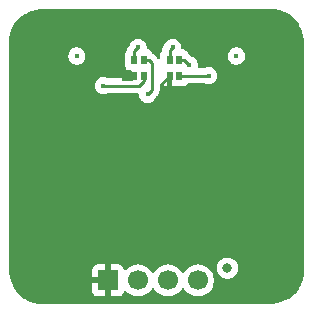
<source format=gbr>
%TF.GenerationSoftware,KiCad,Pcbnew,9.0.6*%
%TF.CreationDate,2025-11-27T01:35:14-08:00*%
%TF.ProjectId,encoder-board,656e636f-6465-4722-9d62-6f6172642e6b,rev?*%
%TF.SameCoordinates,Original*%
%TF.FileFunction,Copper,L4,Bot*%
%TF.FilePolarity,Positive*%
%FSLAX46Y46*%
G04 Gerber Fmt 4.6, Leading zero omitted, Abs format (unit mm)*
G04 Created by KiCad (PCBNEW 9.0.6) date 2025-11-27 01:35:14*
%MOMM*%
%LPD*%
G01*
G04 APERTURE LIST*
%TA.AperFunction,ComponentPad*%
%ADD10R,1.700000X1.700000*%
%TD*%
%TA.AperFunction,ComponentPad*%
%ADD11C,1.700000*%
%TD*%
%TA.AperFunction,SMDPad,CuDef*%
%ADD12R,0.550013X0.800000*%
%TD*%
%TA.AperFunction,ViaPad*%
%ADD13C,0.800000*%
%TD*%
%TA.AperFunction,ViaPad*%
%ADD14C,0.450000*%
%TD*%
%TA.AperFunction,Conductor*%
%ADD15C,0.250000*%
%TD*%
G04 APERTURE END LIST*
D10*
%TO.P,J1,1,Pin_1*%
%TO.N,GND*%
X108380000Y-123000000D03*
D11*
%TO.P,J1,2,Pin_2*%
%TO.N,SENSE_B*%
X110920000Y-123000000D03*
%TO.P,J1,3,Pin_3*%
%TO.N,SENSE_A*%
X113460000Y-123000000D03*
%TO.P,J1,4,Pin_4*%
%TO.N,+5V*%
X116000000Y-123000000D03*
%TD*%
D12*
%TO.P,U1,1*%
%TO.N,+5V*%
X113599949Y-104335027D03*
%TO.P,U1,2*%
%TO.N,SENSE_A*%
X114400051Y-104335027D03*
%TO.P,U1,3,A*%
%TO.N,Net-(U1-A)*%
X114400051Y-105664973D03*
%TO.P,U1,4,K*%
%TO.N,GND*%
X113600203Y-105664973D03*
%TD*%
%TO.P,U2,1*%
%TO.N,+5V*%
X110599949Y-104335027D03*
%TO.P,U2,2*%
%TO.N,SENSE_B*%
X111400051Y-104335027D03*
%TO.P,U2,3,A*%
%TO.N,Net-(U2-A)*%
X111400051Y-105664973D03*
%TO.P,U2,4,K*%
%TO.N,GND*%
X110600203Y-105664973D03*
%TD*%
D13*
%TO.N,GND*%
X123500000Y-113000000D03*
X123500000Y-111000000D03*
X101500000Y-115000000D03*
X101500000Y-119000000D03*
X122000000Y-119000000D03*
X122000000Y-121000000D03*
X122000000Y-117000000D03*
X122000000Y-103000000D03*
X101500000Y-109000000D03*
X122000000Y-115000000D03*
X112500000Y-114500000D03*
X105000000Y-124000000D03*
X101500000Y-103000000D03*
D14*
X116750000Y-107750000D03*
D13*
X112500000Y-117500000D03*
X103000000Y-121000000D03*
X101500000Y-105000000D03*
X101500000Y-107000000D03*
X101500000Y-117000000D03*
X103000000Y-113000000D03*
X103000000Y-115000000D03*
X123500000Y-103000000D03*
X103000000Y-109000000D03*
X122000000Y-105000000D03*
X122000000Y-107000000D03*
X101500000Y-113000000D03*
X112500000Y-111500000D03*
X103000000Y-117000000D03*
D14*
X113000000Y-106750000D03*
X108250000Y-107750000D03*
D13*
X103000000Y-103000000D03*
X122000000Y-111000000D03*
D14*
X116740000Y-102330000D03*
D13*
X123500000Y-117000000D03*
X103000000Y-107000000D03*
D14*
X109750000Y-105250000D03*
D13*
X103000000Y-119000000D03*
X123500000Y-115000000D03*
X123500000Y-109000000D03*
X122000000Y-109000000D03*
D14*
X109750000Y-105950000D03*
X108260000Y-101710000D03*
D13*
X106500000Y-122000000D03*
X123500000Y-121000000D03*
D14*
X108250000Y-102340000D03*
D13*
X103000000Y-111000000D03*
D14*
X116740000Y-101600000D03*
D13*
X105000000Y-122000000D03*
X123500000Y-119000000D03*
D14*
X116750000Y-108250000D03*
D13*
X106500000Y-124000000D03*
D14*
X108250000Y-108250000D03*
D13*
X123500000Y-105000000D03*
X101500000Y-121000000D03*
X101500000Y-111000000D03*
D14*
X113750000Y-106750000D03*
D13*
X123500000Y-107000000D03*
X122000000Y-113000000D03*
X103000000Y-105000000D03*
D14*
%TO.N,Net-(U1-A)*%
X116914973Y-105664973D03*
%TO.N,Net-(U2-A)*%
X108000000Y-106500000D03*
%TO.N,SENSE_A*%
X115250000Y-104750000D03*
D13*
%TO.N,+5V*%
X118500000Y-121962500D03*
D14*
X113860000Y-103270000D03*
X119250000Y-104000000D03*
X105750000Y-104000000D03*
X110930000Y-103269898D03*
%TO.N,SENSE_B*%
X111750000Y-107250000D03*
%TD*%
D15*
%TO.N,GND*%
X113600203Y-106600203D02*
X113600203Y-105664973D01*
X109750000Y-105250000D02*
X110185230Y-105250000D01*
X110315176Y-105950000D02*
X110600203Y-105664973D01*
X113000000Y-106265176D02*
X113000000Y-106750000D01*
X113750000Y-106750000D02*
X113600203Y-106600203D01*
X109750000Y-105950000D02*
X110315176Y-105950000D01*
X113600203Y-105664973D02*
X113000000Y-106265176D01*
X110185230Y-105250000D02*
X110600203Y-105664973D01*
%TO.N,Net-(U1-A)*%
X116914973Y-105664973D02*
X114400051Y-105664973D01*
%TO.N,Net-(U2-A)*%
X108000000Y-106500000D02*
X111000000Y-106500000D01*
X111400051Y-106099949D02*
X111400051Y-105664973D01*
X111000000Y-106500000D02*
X111400051Y-106099949D01*
%TO.N,SENSE_A*%
X115250000Y-104750000D02*
X114835027Y-104335027D01*
X114835027Y-104335027D02*
X114400051Y-104335027D01*
%TO.N,+5V*%
X110599949Y-103599949D02*
X110599949Y-104335027D01*
X113599949Y-103530051D02*
X113599949Y-104335027D01*
X110930000Y-103269898D02*
X110599949Y-103599949D01*
X113860000Y-103270000D02*
X113599949Y-103530051D01*
%TO.N,SENSE_B*%
X111835027Y-104335027D02*
X111400051Y-104335027D01*
X112125000Y-106875000D02*
X112125000Y-104625000D01*
X112125000Y-104625000D02*
X111835027Y-104335027D01*
X111750000Y-107250000D02*
X112125000Y-106875000D01*
%TD*%
%TA.AperFunction,Conductor*%
%TO.N,GND*%
G36*
X122001464Y-100000534D02*
G01*
X122204102Y-100005347D01*
X122210177Y-100005642D01*
X122401379Y-100019637D01*
X122407694Y-100020264D01*
X122589554Y-100043032D01*
X122596085Y-100044026D01*
X122768413Y-100075029D01*
X122775115Y-100076428D01*
X122939573Y-100115532D01*
X122946372Y-100117355D01*
X123099981Y-100163291D01*
X123110304Y-100166882D01*
X123400922Y-100282570D01*
X123414596Y-100289006D01*
X123675909Y-100432094D01*
X123688954Y-100440331D01*
X123925346Y-100611066D01*
X123937238Y-100620835D01*
X124150597Y-100819538D01*
X124160987Y-100830466D01*
X124176912Y-100849401D01*
X124352365Y-101058020D01*
X124361033Y-101069645D01*
X124530385Y-101326869D01*
X124537295Y-101338749D01*
X124666252Y-101591768D01*
X124683554Y-101625714D01*
X124688805Y-101637494D01*
X124809852Y-101952098D01*
X124813628Y-101963543D01*
X124906426Y-102298756D01*
X124908941Y-102309769D01*
X124969690Y-102645641D01*
X124971250Y-102657518D01*
X124999080Y-102994923D01*
X124999500Y-103005116D01*
X124999500Y-121998520D01*
X124999465Y-122001465D01*
X124994651Y-122204087D01*
X124994355Y-122210194D01*
X124980363Y-122401344D01*
X124979734Y-122407695D01*
X124956968Y-122589547D01*
X124955969Y-122596100D01*
X124924970Y-122768403D01*
X124923566Y-122775131D01*
X124884472Y-122939552D01*
X124882636Y-122946396D01*
X124836708Y-123099976D01*
X124833114Y-123110309D01*
X124717433Y-123400908D01*
X124710988Y-123414602D01*
X124567899Y-123675915D01*
X124559660Y-123688963D01*
X124388937Y-123925339D01*
X124379157Y-123937245D01*
X124180461Y-124150597D01*
X124169531Y-124160988D01*
X123941978Y-124352365D01*
X123930353Y-124361033D01*
X123673129Y-124530385D01*
X123661249Y-124537295D01*
X123374291Y-124683550D01*
X123362511Y-124688801D01*
X123047900Y-124809852D01*
X123036455Y-124813628D01*
X122701244Y-124906425D01*
X122690231Y-124908940D01*
X122354355Y-124969691D01*
X122342478Y-124971251D01*
X122005075Y-124999080D01*
X121994882Y-124999500D01*
X103001480Y-124999500D01*
X102998535Y-124999465D01*
X102795911Y-124994651D01*
X102789804Y-124994355D01*
X102598654Y-124980363D01*
X102592303Y-124979734D01*
X102410451Y-124956968D01*
X102403898Y-124955969D01*
X102231595Y-124924970D01*
X102224867Y-124923566D01*
X102060446Y-124884472D01*
X102053602Y-124882636D01*
X101900022Y-124836708D01*
X101889689Y-124833114D01*
X101599090Y-124717433D01*
X101585396Y-124710988D01*
X101324083Y-124567899D01*
X101311035Y-124559660D01*
X101074659Y-124388937D01*
X101062758Y-124379161D01*
X100849392Y-124180451D01*
X100839010Y-124169531D01*
X100828459Y-124156986D01*
X100647631Y-123941975D01*
X100638965Y-123930353D01*
X100629634Y-123916181D01*
X100469612Y-123673128D01*
X100462703Y-123661249D01*
X100456082Y-123648259D01*
X100316447Y-123374288D01*
X100311201Y-123362522D01*
X100190144Y-123047895D01*
X100186370Y-123036455D01*
X100160628Y-122943466D01*
X100093569Y-122701229D01*
X100091061Y-122690247D01*
X100030304Y-122354339D01*
X100028749Y-122342493D01*
X100008927Y-122102155D01*
X107030000Y-122102155D01*
X107030000Y-122750000D01*
X107946988Y-122750000D01*
X107914075Y-122807007D01*
X107880000Y-122934174D01*
X107880000Y-123065826D01*
X107914075Y-123192993D01*
X107946988Y-123250000D01*
X107030000Y-123250000D01*
X107030000Y-123897844D01*
X107036401Y-123957372D01*
X107036403Y-123957379D01*
X107086645Y-124092086D01*
X107086649Y-124092093D01*
X107172809Y-124207187D01*
X107172812Y-124207190D01*
X107287906Y-124293350D01*
X107287913Y-124293354D01*
X107422620Y-124343596D01*
X107422627Y-124343598D01*
X107482155Y-124349999D01*
X107482172Y-124350000D01*
X108130000Y-124350000D01*
X108130000Y-123433012D01*
X108187007Y-123465925D01*
X108314174Y-123500000D01*
X108445826Y-123500000D01*
X108572993Y-123465925D01*
X108630000Y-123433012D01*
X108630000Y-124350000D01*
X109277828Y-124350000D01*
X109277844Y-124349999D01*
X109337372Y-124343598D01*
X109337379Y-124343596D01*
X109472086Y-124293354D01*
X109472093Y-124293350D01*
X109587187Y-124207190D01*
X109587190Y-124207187D01*
X109673350Y-124092093D01*
X109673354Y-124092086D01*
X109722422Y-123960529D01*
X109764293Y-123904595D01*
X109829757Y-123880178D01*
X109898030Y-123895030D01*
X109926285Y-123916181D01*
X110040213Y-124030109D01*
X110212179Y-124155048D01*
X110212181Y-124155049D01*
X110212184Y-124155051D01*
X110401588Y-124251557D01*
X110603757Y-124317246D01*
X110813713Y-124350500D01*
X110813714Y-124350500D01*
X111026286Y-124350500D01*
X111026287Y-124350500D01*
X111236243Y-124317246D01*
X111438412Y-124251557D01*
X111627816Y-124155051D01*
X111714471Y-124092093D01*
X111799786Y-124030109D01*
X111799788Y-124030106D01*
X111799792Y-124030104D01*
X111950104Y-123879792D01*
X111950106Y-123879788D01*
X111950109Y-123879786D01*
X112075048Y-123707820D01*
X112075047Y-123707820D01*
X112075051Y-123707816D01*
X112079514Y-123699054D01*
X112127488Y-123648259D01*
X112195308Y-123631463D01*
X112261444Y-123653999D01*
X112300486Y-123699056D01*
X112304951Y-123707820D01*
X112429890Y-123879786D01*
X112580213Y-124030109D01*
X112752179Y-124155048D01*
X112752181Y-124155049D01*
X112752184Y-124155051D01*
X112941588Y-124251557D01*
X113143757Y-124317246D01*
X113353713Y-124350500D01*
X113353714Y-124350500D01*
X113566286Y-124350500D01*
X113566287Y-124350500D01*
X113776243Y-124317246D01*
X113978412Y-124251557D01*
X114167816Y-124155051D01*
X114254471Y-124092093D01*
X114339786Y-124030109D01*
X114339788Y-124030106D01*
X114339792Y-124030104D01*
X114490104Y-123879792D01*
X114490106Y-123879788D01*
X114490109Y-123879786D01*
X114615048Y-123707820D01*
X114615047Y-123707820D01*
X114615051Y-123707816D01*
X114619514Y-123699054D01*
X114667488Y-123648259D01*
X114735308Y-123631463D01*
X114801444Y-123653999D01*
X114840486Y-123699056D01*
X114844951Y-123707820D01*
X114969890Y-123879786D01*
X115120213Y-124030109D01*
X115292179Y-124155048D01*
X115292181Y-124155049D01*
X115292184Y-124155051D01*
X115481588Y-124251557D01*
X115683757Y-124317246D01*
X115893713Y-124350500D01*
X115893714Y-124350500D01*
X116106286Y-124350500D01*
X116106287Y-124350500D01*
X116316243Y-124317246D01*
X116518412Y-124251557D01*
X116707816Y-124155051D01*
X116794471Y-124092093D01*
X116879786Y-124030109D01*
X116879788Y-124030106D01*
X116879792Y-124030104D01*
X117030104Y-123879792D01*
X117030106Y-123879788D01*
X117030109Y-123879786D01*
X117155048Y-123707820D01*
X117155047Y-123707820D01*
X117155051Y-123707816D01*
X117251557Y-123518412D01*
X117317246Y-123316243D01*
X117350500Y-123106287D01*
X117350500Y-122893713D01*
X117317246Y-122683757D01*
X117251557Y-122481588D01*
X117155051Y-122292184D01*
X117155049Y-122292181D01*
X117155048Y-122292179D01*
X117030109Y-122120213D01*
X116879790Y-121969894D01*
X116877231Y-121968035D01*
X116877229Y-121968033D01*
X116747533Y-121873804D01*
X117599500Y-121873804D01*
X117599500Y-122051195D01*
X117634103Y-122225158D01*
X117634106Y-122225167D01*
X117701983Y-122389040D01*
X117701990Y-122389053D01*
X117800535Y-122536534D01*
X117800538Y-122536538D01*
X117925961Y-122661961D01*
X117925965Y-122661964D01*
X118073446Y-122760509D01*
X118073459Y-122760516D01*
X118185701Y-122807007D01*
X118237334Y-122828394D01*
X118237336Y-122828394D01*
X118237341Y-122828396D01*
X118411304Y-122862999D01*
X118411307Y-122863000D01*
X118411309Y-122863000D01*
X118588693Y-122863000D01*
X118588694Y-122862999D01*
X118646682Y-122851464D01*
X118762658Y-122828396D01*
X118762661Y-122828394D01*
X118762666Y-122828394D01*
X118926547Y-122760513D01*
X119074035Y-122661964D01*
X119199464Y-122536535D01*
X119298013Y-122389047D01*
X119365894Y-122225166D01*
X119369480Y-122207142D01*
X119400499Y-122051195D01*
X119400500Y-122051193D01*
X119400500Y-121873806D01*
X119400499Y-121873804D01*
X119365896Y-121699841D01*
X119365893Y-121699832D01*
X119298016Y-121535959D01*
X119298009Y-121535946D01*
X119199464Y-121388465D01*
X119199461Y-121388461D01*
X119074038Y-121263038D01*
X119074034Y-121263035D01*
X118926553Y-121164490D01*
X118926540Y-121164483D01*
X118762667Y-121096606D01*
X118762658Y-121096603D01*
X118588694Y-121062000D01*
X118588691Y-121062000D01*
X118411309Y-121062000D01*
X118411306Y-121062000D01*
X118237341Y-121096603D01*
X118237332Y-121096606D01*
X118073459Y-121164483D01*
X118073446Y-121164490D01*
X117925965Y-121263035D01*
X117925961Y-121263038D01*
X117800538Y-121388461D01*
X117800535Y-121388465D01*
X117701990Y-121535946D01*
X117701983Y-121535959D01*
X117634106Y-121699832D01*
X117634103Y-121699841D01*
X117599500Y-121873804D01*
X116747533Y-121873804D01*
X116707820Y-121844951D01*
X116518414Y-121748444D01*
X116518413Y-121748443D01*
X116518412Y-121748443D01*
X116316243Y-121682754D01*
X116316241Y-121682753D01*
X116316240Y-121682753D01*
X116154957Y-121657208D01*
X116106287Y-121649500D01*
X115893713Y-121649500D01*
X115845042Y-121657208D01*
X115683760Y-121682753D01*
X115481585Y-121748444D01*
X115292179Y-121844951D01*
X115120213Y-121969890D01*
X114969890Y-122120213D01*
X114844949Y-122292182D01*
X114840484Y-122300946D01*
X114792509Y-122351742D01*
X114724688Y-122368536D01*
X114658553Y-122345998D01*
X114619516Y-122300946D01*
X114615050Y-122292182D01*
X114490109Y-122120213D01*
X114339786Y-121969890D01*
X114167820Y-121844951D01*
X113978414Y-121748444D01*
X113978413Y-121748443D01*
X113978412Y-121748443D01*
X113776243Y-121682754D01*
X113776241Y-121682753D01*
X113776240Y-121682753D01*
X113614957Y-121657208D01*
X113566287Y-121649500D01*
X113353713Y-121649500D01*
X113305042Y-121657208D01*
X113143760Y-121682753D01*
X112941585Y-121748444D01*
X112752179Y-121844951D01*
X112580213Y-121969890D01*
X112429890Y-122120213D01*
X112304949Y-122292182D01*
X112300484Y-122300946D01*
X112252509Y-122351742D01*
X112184688Y-122368536D01*
X112118553Y-122345998D01*
X112079516Y-122300946D01*
X112075050Y-122292182D01*
X111950109Y-122120213D01*
X111799786Y-121969890D01*
X111627820Y-121844951D01*
X111438414Y-121748444D01*
X111438413Y-121748443D01*
X111438412Y-121748443D01*
X111236243Y-121682754D01*
X111236241Y-121682753D01*
X111236240Y-121682753D01*
X111074957Y-121657208D01*
X111026287Y-121649500D01*
X110813713Y-121649500D01*
X110765042Y-121657208D01*
X110603760Y-121682753D01*
X110401585Y-121748444D01*
X110212179Y-121844951D01*
X110040215Y-121969889D01*
X109926285Y-122083819D01*
X109864962Y-122117303D01*
X109795270Y-122112319D01*
X109739337Y-122070447D01*
X109722422Y-122039470D01*
X109673354Y-121907913D01*
X109673350Y-121907906D01*
X109587190Y-121792812D01*
X109587187Y-121792809D01*
X109472093Y-121706649D01*
X109472086Y-121706645D01*
X109337379Y-121656403D01*
X109337372Y-121656401D01*
X109277844Y-121650000D01*
X108630000Y-121650000D01*
X108630000Y-122566988D01*
X108572993Y-122534075D01*
X108445826Y-122500000D01*
X108314174Y-122500000D01*
X108187007Y-122534075D01*
X108130000Y-122566988D01*
X108130000Y-121650000D01*
X107482155Y-121650000D01*
X107422627Y-121656401D01*
X107422620Y-121656403D01*
X107287913Y-121706645D01*
X107287906Y-121706649D01*
X107172812Y-121792809D01*
X107172809Y-121792812D01*
X107086649Y-121907906D01*
X107086645Y-121907913D01*
X107036403Y-122042620D01*
X107036401Y-122042627D01*
X107030000Y-122102155D01*
X100008927Y-122102155D01*
X100004724Y-122051193D01*
X100000920Y-122005074D01*
X100000500Y-121994882D01*
X100000500Y-106571457D01*
X107274499Y-106571457D01*
X107302379Y-106711614D01*
X107302381Y-106711620D01*
X107357069Y-106843650D01*
X107357074Y-106843659D01*
X107436467Y-106962478D01*
X107436470Y-106962482D01*
X107537517Y-107063529D01*
X107537521Y-107063532D01*
X107656340Y-107142925D01*
X107656346Y-107142928D01*
X107656347Y-107142929D01*
X107788380Y-107197619D01*
X107788384Y-107197619D01*
X107788385Y-107197620D01*
X107928542Y-107225500D01*
X107928545Y-107225500D01*
X108071457Y-107225500D01*
X108176248Y-107204655D01*
X108211620Y-107197619D01*
X108343653Y-107142929D01*
X108343660Y-107142923D01*
X108348861Y-107140145D01*
X108407320Y-107125500D01*
X110900500Y-107125500D01*
X110967539Y-107145185D01*
X111013294Y-107197989D01*
X111024500Y-107249500D01*
X111024500Y-107321455D01*
X111024500Y-107321457D01*
X111024499Y-107321457D01*
X111052379Y-107461614D01*
X111052381Y-107461620D01*
X111107069Y-107593650D01*
X111107074Y-107593659D01*
X111186467Y-107712478D01*
X111186470Y-107712482D01*
X111287517Y-107813529D01*
X111287521Y-107813532D01*
X111406340Y-107892925D01*
X111406346Y-107892928D01*
X111406347Y-107892929D01*
X111538380Y-107947619D01*
X111538384Y-107947619D01*
X111538385Y-107947620D01*
X111678542Y-107975500D01*
X111678545Y-107975500D01*
X111821457Y-107975500D01*
X111915751Y-107956742D01*
X111961620Y-107947619D01*
X112093653Y-107892929D01*
X112212479Y-107813532D01*
X112313532Y-107712479D01*
X112392929Y-107593653D01*
X112447619Y-107461620D01*
X112447621Y-107461605D01*
X112449334Y-107455963D01*
X112456761Y-107443570D01*
X112459164Y-107432527D01*
X112480312Y-107404276D01*
X112523729Y-107360860D01*
X112523733Y-107360858D01*
X112610858Y-107273733D01*
X112661716Y-107197619D01*
X112679312Y-107171286D01*
X112712652Y-107090792D01*
X112717448Y-107079212D01*
X112726461Y-107057458D01*
X112726461Y-107057455D01*
X112726463Y-107057452D01*
X112738481Y-106997029D01*
X112750500Y-106936607D01*
X112750500Y-106813393D01*
X112750500Y-106504017D01*
X112770185Y-106436978D01*
X112822989Y-106391223D01*
X112892147Y-106381279D01*
X112955703Y-106410304D01*
X112962181Y-106416336D01*
X112968008Y-106422163D01*
X113083102Y-106508323D01*
X113083109Y-106508327D01*
X113217816Y-106558569D01*
X113217823Y-106558571D01*
X113277351Y-106564972D01*
X113277368Y-106564973D01*
X113350203Y-106564973D01*
X113350203Y-105788973D01*
X113352753Y-105780287D01*
X113351465Y-105771326D01*
X113362443Y-105747285D01*
X113369888Y-105721934D01*
X113376728Y-105716006D01*
X113380490Y-105707770D01*
X113402724Y-105693480D01*
X113422692Y-105676179D01*
X113433206Y-105673891D01*
X113439268Y-105669996D01*
X113474203Y-105664973D01*
X113500544Y-105664973D01*
X113567583Y-105684658D01*
X113613338Y-105737462D01*
X113624544Y-105788973D01*
X113624544Y-106112842D01*
X113624545Y-106112849D01*
X113630952Y-106172456D01*
X113681246Y-106307301D01*
X113681247Y-106307302D01*
X113681248Y-106307304D01*
X113705846Y-106340162D01*
X113767498Y-106422520D01*
X113800512Y-106447233D01*
X113842384Y-106503166D01*
X113850203Y-106546501D01*
X113850203Y-106564973D01*
X113923038Y-106564973D01*
X113923049Y-106564972D01*
X113984522Y-106558362D01*
X114011036Y-106558362D01*
X114017559Y-106559063D01*
X114017561Y-106559064D01*
X114077171Y-106565473D01*
X114722930Y-106565472D01*
X114782541Y-106559064D01*
X114917389Y-106508769D01*
X115032604Y-106422519D01*
X115094257Y-106340161D01*
X115150190Y-106298291D01*
X115193523Y-106290473D01*
X116507653Y-106290473D01*
X116566112Y-106305118D01*
X116571314Y-106307898D01*
X116571320Y-106307902D01*
X116703353Y-106362592D01*
X116703357Y-106362592D01*
X116703358Y-106362593D01*
X116843515Y-106390473D01*
X116843518Y-106390473D01*
X116986430Y-106390473D01*
X117080724Y-106371715D01*
X117126593Y-106362592D01*
X117258626Y-106307902D01*
X117377452Y-106228505D01*
X117478505Y-106127452D01*
X117557902Y-106008626D01*
X117612592Y-105876593D01*
X117637674Y-105750500D01*
X117640473Y-105736430D01*
X117640473Y-105593515D01*
X117612593Y-105453358D01*
X117612592Y-105453357D01*
X117612592Y-105453353D01*
X117557902Y-105321320D01*
X117557901Y-105321319D01*
X117557898Y-105321313D01*
X117478505Y-105202494D01*
X117478502Y-105202490D01*
X117377455Y-105101443D01*
X117377451Y-105101440D01*
X117258632Y-105022047D01*
X117258623Y-105022042D01*
X117126593Y-104967354D01*
X117126587Y-104967352D01*
X116986430Y-104939473D01*
X116986428Y-104939473D01*
X116843518Y-104939473D01*
X116843516Y-104939473D01*
X116703358Y-104967352D01*
X116703352Y-104967354D01*
X116571321Y-105022043D01*
X116566112Y-105024828D01*
X116507653Y-105039473D01*
X116083228Y-105039473D01*
X116016189Y-105019788D01*
X115970434Y-104966984D01*
X115960490Y-104897826D01*
X115961611Y-104891281D01*
X115975500Y-104821457D01*
X115975500Y-104678542D01*
X115947620Y-104538385D01*
X115947619Y-104538384D01*
X115947619Y-104538380D01*
X115892929Y-104406347D01*
X115892928Y-104406346D01*
X115892925Y-104406340D01*
X115813532Y-104287521D01*
X115813529Y-104287517D01*
X115712482Y-104186470D01*
X115712478Y-104186467D01*
X115593659Y-104107074D01*
X115593650Y-104107069D01*
X115507674Y-104071457D01*
X118524499Y-104071457D01*
X118552379Y-104211614D01*
X118552381Y-104211620D01*
X118607069Y-104343650D01*
X118607074Y-104343659D01*
X118686467Y-104462478D01*
X118686470Y-104462482D01*
X118787517Y-104563529D01*
X118787521Y-104563532D01*
X118906340Y-104642925D01*
X118906346Y-104642928D01*
X118906347Y-104642929D01*
X119038380Y-104697619D01*
X119038384Y-104697619D01*
X119038385Y-104697620D01*
X119178542Y-104725500D01*
X119178545Y-104725500D01*
X119321457Y-104725500D01*
X119415751Y-104706742D01*
X119461620Y-104697619D01*
X119593653Y-104642929D01*
X119712479Y-104563532D01*
X119813532Y-104462479D01*
X119892929Y-104343653D01*
X119947619Y-104211620D01*
X119968415Y-104107074D01*
X119975500Y-104071457D01*
X119975500Y-103928542D01*
X119947620Y-103788385D01*
X119947619Y-103788384D01*
X119947619Y-103788380D01*
X119892929Y-103656347D01*
X119892928Y-103656346D01*
X119892925Y-103656340D01*
X119813532Y-103537521D01*
X119813529Y-103537517D01*
X119712482Y-103436470D01*
X119712478Y-103436467D01*
X119593659Y-103357074D01*
X119593650Y-103357069D01*
X119461620Y-103302381D01*
X119461614Y-103302379D01*
X119321457Y-103274500D01*
X119321455Y-103274500D01*
X119178545Y-103274500D01*
X119178543Y-103274500D01*
X119038385Y-103302379D01*
X119038379Y-103302381D01*
X118906349Y-103357069D01*
X118906340Y-103357074D01*
X118787521Y-103436467D01*
X118787517Y-103436470D01*
X118686470Y-103537517D01*
X118686467Y-103537521D01*
X118607074Y-103656340D01*
X118607069Y-103656349D01*
X118552381Y-103788379D01*
X118552379Y-103788385D01*
X118524500Y-103928542D01*
X118524500Y-103928545D01*
X118524500Y-104071455D01*
X118524500Y-104071457D01*
X118524499Y-104071457D01*
X115507674Y-104071457D01*
X115461613Y-104052378D01*
X115455947Y-104050659D01*
X115443561Y-104043234D01*
X115432527Y-104040834D01*
X115404273Y-104019683D01*
X115327955Y-103943365D01*
X115327952Y-103943361D01*
X115327952Y-103943362D01*
X115320886Y-103936296D01*
X115320885Y-103936294D01*
X115233760Y-103849169D01*
X115233756Y-103849166D01*
X115233755Y-103849165D01*
X115191741Y-103821092D01*
X115146935Y-103767480D01*
X115144461Y-103761355D01*
X115118854Y-103692696D01*
X115118852Y-103692694D01*
X115118852Y-103692692D01*
X115032605Y-103577482D01*
X115032602Y-103577479D01*
X114917393Y-103491233D01*
X114917386Y-103491229D01*
X114782540Y-103440935D01*
X114782541Y-103440935D01*
X114722941Y-103434528D01*
X114722939Y-103434527D01*
X114722931Y-103434527D01*
X114722923Y-103434527D01*
X114709500Y-103434527D01*
X114642461Y-103414842D01*
X114596706Y-103362038D01*
X114585500Y-103310527D01*
X114585500Y-103198542D01*
X114557620Y-103058385D01*
X114557619Y-103058384D01*
X114557619Y-103058380D01*
X114502929Y-102926347D01*
X114502928Y-102926346D01*
X114502925Y-102926340D01*
X114423532Y-102807521D01*
X114423529Y-102807517D01*
X114322482Y-102706470D01*
X114322478Y-102706467D01*
X114203659Y-102627074D01*
X114203650Y-102627069D01*
X114071620Y-102572381D01*
X114071614Y-102572379D01*
X113931457Y-102544500D01*
X113931455Y-102544500D01*
X113788545Y-102544500D01*
X113788543Y-102544500D01*
X113648385Y-102572379D01*
X113648379Y-102572381D01*
X113516349Y-102627069D01*
X113516340Y-102627074D01*
X113397521Y-102706467D01*
X113397517Y-102706470D01*
X113296470Y-102807517D01*
X113296467Y-102807521D01*
X113217074Y-102926340D01*
X113217069Y-102926350D01*
X113162380Y-103058380D01*
X113160664Y-103064039D01*
X113129687Y-103115721D01*
X113114096Y-103131312D01*
X113114092Y-103131316D01*
X113114091Y-103131318D01*
X113079864Y-103182541D01*
X113079863Y-103182543D01*
X113079862Y-103182542D01*
X113045639Y-103233759D01*
X113045637Y-103233764D01*
X113017215Y-103302380D01*
X113017216Y-103302381D01*
X113005103Y-103331624D01*
X113005102Y-103331627D01*
X113001074Y-103341353D01*
X112998486Y-103347600D01*
X112977651Y-103452349D01*
X112977329Y-103453968D01*
X112974449Y-103468445D01*
X112974449Y-103526788D01*
X112954764Y-103593827D01*
X112949715Y-103601099D01*
X112881148Y-103692691D01*
X112881144Y-103692698D01*
X112830850Y-103827544D01*
X112824443Y-103887143D01*
X112824442Y-103887162D01*
X112824442Y-104140488D01*
X112818203Y-104161733D01*
X112816624Y-104183820D01*
X112808551Y-104194603D01*
X112804757Y-104207527D01*
X112788024Y-104222025D01*
X112774754Y-104239754D01*
X112762131Y-104244461D01*
X112751953Y-104253282D01*
X112730036Y-104256433D01*
X112709289Y-104264172D01*
X112696127Y-104261309D01*
X112682795Y-104263226D01*
X112662653Y-104254027D01*
X112641016Y-104249321D01*
X112623289Y-104236050D01*
X112619239Y-104234201D01*
X112612762Y-104228170D01*
X112546324Y-104161733D01*
X112523733Y-104139142D01*
X112523729Y-104139139D01*
X112325225Y-103940635D01*
X112325205Y-103940613D01*
X112233763Y-103849171D01*
X112233755Y-103849165D01*
X112191741Y-103821092D01*
X112146935Y-103767480D01*
X112144461Y-103761355D01*
X112118854Y-103692696D01*
X112118852Y-103692694D01*
X112118852Y-103692692D01*
X112032605Y-103577482D01*
X112032602Y-103577479D01*
X111917393Y-103491233D01*
X111917386Y-103491229D01*
X111782541Y-103440936D01*
X111766241Y-103439183D01*
X111701691Y-103412443D01*
X111661844Y-103355049D01*
X111655500Y-103315894D01*
X111655500Y-103198440D01*
X111627620Y-103058283D01*
X111627619Y-103058282D01*
X111627619Y-103058278D01*
X111585318Y-102956156D01*
X111572930Y-102926247D01*
X111572925Y-102926238D01*
X111493532Y-102807419D01*
X111493529Y-102807415D01*
X111392482Y-102706368D01*
X111392478Y-102706365D01*
X111273659Y-102626972D01*
X111273650Y-102626967D01*
X111141620Y-102572279D01*
X111141614Y-102572277D01*
X111001457Y-102544398D01*
X111001455Y-102544398D01*
X110858545Y-102544398D01*
X110858543Y-102544398D01*
X110718385Y-102572277D01*
X110718379Y-102572279D01*
X110586349Y-102626967D01*
X110586340Y-102626972D01*
X110467521Y-102706365D01*
X110467517Y-102706368D01*
X110366470Y-102807415D01*
X110366467Y-102807419D01*
X110287074Y-102926238D01*
X110287069Y-102926247D01*
X110232379Y-103058281D01*
X110230663Y-103063940D01*
X110199686Y-103115621D01*
X110114088Y-103201219D01*
X110114087Y-103201221D01*
X110045639Y-103303657D01*
X110045638Y-103303659D01*
X110026876Y-103348954D01*
X110026877Y-103348955D01*
X109998484Y-103417501D01*
X109998484Y-103417502D01*
X109988351Y-103468442D01*
X109988352Y-103468443D01*
X109975155Y-103534792D01*
X109975152Y-103534808D01*
X109974613Y-103537521D01*
X109974449Y-103538343D01*
X109974449Y-103539420D01*
X109973649Y-103544666D01*
X109963485Y-103566420D01*
X109950335Y-103600271D01*
X109881146Y-103692695D01*
X109881144Y-103692698D01*
X109830850Y-103827544D01*
X109824443Y-103887143D01*
X109824442Y-103887162D01*
X109824442Y-104782897D01*
X109824443Y-104782903D01*
X109830850Y-104842510D01*
X109873822Y-104957722D01*
X109878806Y-105027414D01*
X109873822Y-105044388D01*
X109831599Y-105157593D01*
X109831597Y-105157600D01*
X109825196Y-105217128D01*
X109825196Y-105414973D01*
X110476203Y-105414973D01*
X110484888Y-105417523D01*
X110493850Y-105416235D01*
X110517890Y-105427213D01*
X110543242Y-105434658D01*
X110549169Y-105441498D01*
X110557406Y-105445260D01*
X110571695Y-105467494D01*
X110588997Y-105487462D01*
X110591284Y-105497976D01*
X110595180Y-105504038D01*
X110600203Y-105538973D01*
X110600203Y-105750500D01*
X110580518Y-105817539D01*
X110527714Y-105863294D01*
X110476203Y-105874500D01*
X108407320Y-105874500D01*
X108348861Y-105859855D01*
X108343651Y-105857070D01*
X108211620Y-105802381D01*
X108211614Y-105802379D01*
X108071457Y-105774500D01*
X108071455Y-105774500D01*
X107928545Y-105774500D01*
X107928543Y-105774500D01*
X107788385Y-105802379D01*
X107788379Y-105802381D01*
X107656349Y-105857069D01*
X107656340Y-105857074D01*
X107537521Y-105936467D01*
X107537517Y-105936470D01*
X107436470Y-106037517D01*
X107436467Y-106037521D01*
X107357074Y-106156340D01*
X107357069Y-106156349D01*
X107302381Y-106288379D01*
X107302379Y-106288385D01*
X107274500Y-106428542D01*
X107274500Y-106428545D01*
X107274500Y-106571455D01*
X107274500Y-106571457D01*
X107274499Y-106571457D01*
X100000500Y-106571457D01*
X100000500Y-104071457D01*
X105024499Y-104071457D01*
X105052379Y-104211614D01*
X105052381Y-104211620D01*
X105107069Y-104343650D01*
X105107074Y-104343659D01*
X105186467Y-104462478D01*
X105186470Y-104462482D01*
X105287517Y-104563529D01*
X105287521Y-104563532D01*
X105406340Y-104642925D01*
X105406346Y-104642928D01*
X105406347Y-104642929D01*
X105538380Y-104697619D01*
X105538384Y-104697619D01*
X105538385Y-104697620D01*
X105678542Y-104725500D01*
X105678545Y-104725500D01*
X105821457Y-104725500D01*
X105915751Y-104706742D01*
X105961620Y-104697619D01*
X106093653Y-104642929D01*
X106212479Y-104563532D01*
X106313532Y-104462479D01*
X106392929Y-104343653D01*
X106447619Y-104211620D01*
X106468415Y-104107074D01*
X106475500Y-104071457D01*
X106475500Y-103928542D01*
X106447620Y-103788385D01*
X106447619Y-103788384D01*
X106447619Y-103788380D01*
X106392929Y-103656347D01*
X106392928Y-103656346D01*
X106392925Y-103656340D01*
X106313532Y-103537521D01*
X106313529Y-103537517D01*
X106212482Y-103436470D01*
X106212478Y-103436467D01*
X106093659Y-103357074D01*
X106093650Y-103357069D01*
X105961620Y-103302381D01*
X105961614Y-103302379D01*
X105821457Y-103274500D01*
X105821455Y-103274500D01*
X105678545Y-103274500D01*
X105678543Y-103274500D01*
X105538385Y-103302379D01*
X105538379Y-103302381D01*
X105406349Y-103357069D01*
X105406340Y-103357074D01*
X105287521Y-103436467D01*
X105287517Y-103436470D01*
X105186470Y-103537517D01*
X105186467Y-103537521D01*
X105107074Y-103656340D01*
X105107069Y-103656349D01*
X105052381Y-103788379D01*
X105052379Y-103788385D01*
X105024500Y-103928542D01*
X105024500Y-103928545D01*
X105024500Y-104071455D01*
X105024500Y-104071457D01*
X105024499Y-104071457D01*
X100000500Y-104071457D01*
X100000500Y-103001468D01*
X100000535Y-102998524D01*
X100002249Y-102926349D01*
X100005347Y-102795894D01*
X100005643Y-102789804D01*
X100011743Y-102706468D01*
X100019638Y-102598615D01*
X100020264Y-102592304D01*
X100043032Y-102410444D01*
X100044025Y-102403919D01*
X100075031Y-102231578D01*
X100076426Y-102224890D01*
X100115534Y-102060416D01*
X100117352Y-102053635D01*
X100163293Y-101900010D01*
X100166879Y-101889701D01*
X100282573Y-101599070D01*
X100289003Y-101585408D01*
X100432100Y-101324079D01*
X100440326Y-101311051D01*
X100611072Y-101074644D01*
X100620828Y-101062767D01*
X100819547Y-100849392D01*
X100830456Y-100839019D01*
X101058030Y-100647624D01*
X101069634Y-100638973D01*
X101326878Y-100469607D01*
X101338739Y-100462708D01*
X101625732Y-100316435D01*
X101637476Y-100311200D01*
X101952108Y-100190142D01*
X101963533Y-100186373D01*
X102298776Y-100093567D01*
X102309747Y-100091061D01*
X102645660Y-100030305D01*
X102657501Y-100028750D01*
X102959756Y-100003820D01*
X102994926Y-100000920D01*
X103005118Y-100000500D01*
X121998521Y-100000500D01*
X122001464Y-100000534D01*
G37*
%TD.AperFunction*%
%TD*%
M02*

</source>
